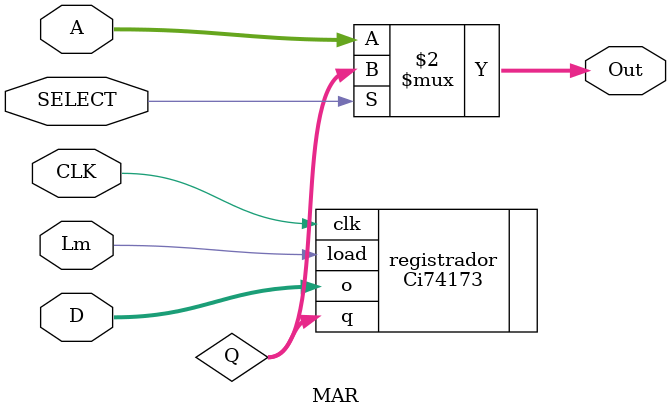
<source format=v>
module MAR (
    input CLK,
    input Lm,
    input SELECT,    // 0 = modo programação, 1 = execução normal
    input [3:0] A,   // entrada do mux (modo programação)
    input [3:0] D,   // entrada do registrador (vindo do barramento central)
    output [3:0] Out // saída para o sistema (endereço efetivo)
);

    wire [3:0] Q;
	 
	 // Instância do CI 74173 (registrador de 4 bits)
    Ci74173 registrador (
        .clk(CLK),
        .load(Lm),
        .o(D),
        .q(Q)
    );

    // Lógica de seleção (mux simples embutido)
    assign Out = (SELECT == 1'b0) ? A : Q;

endmodule 

</source>
